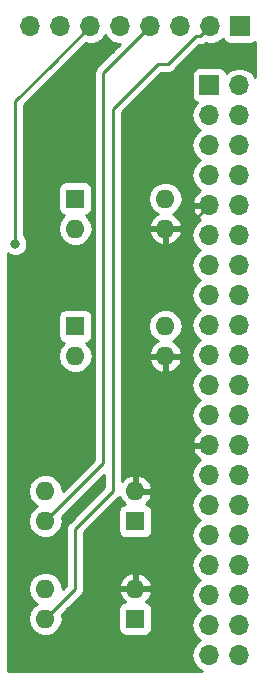
<source format=gbr>
G04 #@! TF.GenerationSoftware,KiCad,Pcbnew,(5.0.2)-1*
G04 #@! TF.CreationDate,2019-01-05T13:40:23-06:00*
G04 #@! TF.ProjectId,controller,636f6e74-726f-46c6-9c65-722e6b696361,rev?*
G04 #@! TF.SameCoordinates,Original*
G04 #@! TF.FileFunction,Copper,L2,Bot*
G04 #@! TF.FilePolarity,Positive*
%FSLAX46Y46*%
G04 Gerber Fmt 4.6, Leading zero omitted, Abs format (unit mm)*
G04 Created by KiCad (PCBNEW (5.0.2)-1) date 1/5/2019 1:40:23 PM*
%MOMM*%
%LPD*%
G01*
G04 APERTURE LIST*
G04 #@! TA.AperFunction,ComponentPad*
%ADD10R,1.700000X1.700000*%
G04 #@! TD*
G04 #@! TA.AperFunction,ComponentPad*
%ADD11O,1.700000X1.700000*%
G04 #@! TD*
G04 #@! TA.AperFunction,ComponentPad*
%ADD12O,1.600000X1.600000*%
G04 #@! TD*
G04 #@! TA.AperFunction,ComponentPad*
%ADD13R,1.600000X1.600000*%
G04 #@! TD*
G04 #@! TA.AperFunction,ViaPad*
%ADD14C,0.800000*%
G04 #@! TD*
G04 #@! TA.AperFunction,Conductor*
%ADD15C,0.250000*%
G04 #@! TD*
G04 #@! TA.AperFunction,Conductor*
%ADD16C,0.254000*%
G04 #@! TD*
G04 APERTURE END LIST*
D10*
G04 #@! TO.P,J2,1*
G04 #@! TO.N,Net-(J2-Pad1)*
X142795001Y-60245001D03*
D11*
G04 #@! TO.P,J2,2*
G04 #@! TO.N,Net-(J2-Pad2)*
X145335001Y-60245001D03*
G04 #@! TO.P,J2,3*
G04 #@! TO.N,Net-(J2-Pad3)*
X142795001Y-62785001D03*
G04 #@! TO.P,J2,4*
G04 #@! TO.N,Net-(J2-Pad4)*
X145335001Y-62785001D03*
G04 #@! TO.P,J2,5*
G04 #@! TO.N,Net-(J2-Pad5)*
X142795001Y-65325001D03*
G04 #@! TO.P,J2,6*
G04 #@! TO.N,Net-(J2-Pad6)*
X145335001Y-65325001D03*
G04 #@! TO.P,J2,7*
G04 #@! TO.N,Net-(J2-Pad7)*
X142795001Y-67865001D03*
G04 #@! TO.P,J2,8*
G04 #@! TO.N,Net-(J2-Pad8)*
X145335001Y-67865001D03*
G04 #@! TO.P,J2,9*
G04 #@! TO.N,GND*
X142795001Y-70405001D03*
G04 #@! TO.P,J2,10*
G04 #@! TO.N,Net-(J2-Pad10)*
X145335001Y-70405001D03*
G04 #@! TO.P,J2,11*
G04 #@! TO.N,Net-(C1-Pad1)*
X142795001Y-72945001D03*
G04 #@! TO.P,J2,12*
G04 #@! TO.N,Net-(J2-Pad12)*
X145335001Y-72945001D03*
G04 #@! TO.P,J2,13*
G04 #@! TO.N,Net-(BOIL_LED1-Pad4)*
X142795001Y-75485001D03*
G04 #@! TO.P,J2,14*
G04 #@! TO.N,Net-(J2-Pad14)*
X145335001Y-75485001D03*
G04 #@! TO.P,J2,15*
G04 #@! TO.N,Net-(J2-Pad15)*
X142795001Y-78025001D03*
G04 #@! TO.P,J2,16*
G04 #@! TO.N,Net-(J2-Pad16)*
X145335001Y-78025001D03*
G04 #@! TO.P,J2,17*
G04 #@! TO.N,Net-(J2-Pad17)*
X142795001Y-80565001D03*
G04 #@! TO.P,J2,18*
G04 #@! TO.N,Net-(J2-Pad18)*
X145335001Y-80565001D03*
G04 #@! TO.P,J2,19*
G04 #@! TO.N,Net-(J2-Pad19)*
X142795001Y-83105001D03*
G04 #@! TO.P,J2,20*
G04 #@! TO.N,Net-(J2-Pad20)*
X145335001Y-83105001D03*
G04 #@! TO.P,J2,21*
G04 #@! TO.N,Net-(J2-Pad21)*
X142795001Y-85645001D03*
G04 #@! TO.P,J2,22*
G04 #@! TO.N,Net-(J2-Pad22)*
X145335001Y-85645001D03*
G04 #@! TO.P,J2,23*
G04 #@! TO.N,Net-(J2-Pad23)*
X142795001Y-88185001D03*
G04 #@! TO.P,J2,24*
G04 #@! TO.N,Net-(J2-Pad24)*
X145335001Y-88185001D03*
G04 #@! TO.P,J2,25*
G04 #@! TO.N,GND*
X142795001Y-90725001D03*
G04 #@! TO.P,J2,26*
G04 #@! TO.N,Net-(J2-Pad26)*
X145335001Y-90725001D03*
G04 #@! TO.P,J2,27*
G04 #@! TO.N,Net-(J2-Pad27)*
X142795001Y-93265001D03*
G04 #@! TO.P,J2,28*
G04 #@! TO.N,Net-(J2-Pad28)*
X145335001Y-93265001D03*
G04 #@! TO.P,J2,29*
G04 #@! TO.N,Net-(J2-Pad29)*
X142795001Y-95805001D03*
G04 #@! TO.P,J2,30*
G04 #@! TO.N,Net-(J2-Pad30)*
X145335001Y-95805001D03*
G04 #@! TO.P,J2,31*
G04 #@! TO.N,Net-(J2-Pad31)*
X142795001Y-98345001D03*
G04 #@! TO.P,J2,32*
G04 #@! TO.N,Net-(J2-Pad32)*
X145335001Y-98345001D03*
G04 #@! TO.P,J2,33*
G04 #@! TO.N,Net-(J2-Pad33)*
X142795001Y-100885001D03*
G04 #@! TO.P,J2,34*
G04 #@! TO.N,Net-(J2-Pad34)*
X145335001Y-100885001D03*
G04 #@! TO.P,J2,35*
G04 #@! TO.N,Net-(J2-Pad35)*
X142795001Y-103425001D03*
G04 #@! TO.P,J2,36*
G04 #@! TO.N,Net-(J2-Pad36)*
X145335001Y-103425001D03*
G04 #@! TO.P,J2,37*
G04 #@! TO.N,Net-(J2-Pad37)*
X142795001Y-105965001D03*
G04 #@! TO.P,J2,38*
G04 #@! TO.N,Net-(J2-Pad38)*
X145335001Y-105965001D03*
G04 #@! TO.P,J2,39*
G04 #@! TO.N,Net-(J2-Pad39)*
X142795001Y-108505001D03*
G04 #@! TO.P,J2,40*
G04 #@! TO.N,Net-(J2-Pad40)*
X145335001Y-108505001D03*
G04 #@! TD*
D10*
G04 #@! TO.P,J1,1*
G04 #@! TO.N,Net-(J1-Pad1)*
X145415000Y-55245000D03*
D11*
G04 #@! TO.P,J1,2*
G04 #@! TO.N,Net-(J1-Pad2)*
X142875000Y-55245000D03*
G04 #@! TO.P,J1,3*
G04 #@! TO.N,Net-(BOIL1-Pad3)*
X140335000Y-55245000D03*
G04 #@! TO.P,J1,4*
G04 #@! TO.N,Net-(BOIL1-Pad4)*
X137795000Y-55245000D03*
G04 #@! TO.P,J1,5*
G04 #@! TO.N,Net-(BOIL_LED1-Pad1)*
X135255000Y-55245000D03*
G04 #@! TO.P,J1,6*
G04 #@! TO.N,Net-(J1-Pad6)*
X132715000Y-55245000D03*
G04 #@! TO.P,J1,7*
G04 #@! TO.N,Net-(J1-Pad7)*
X130175000Y-55245000D03*
G04 #@! TO.P,J1,8*
G04 #@! TO.N,Net-(J1-Pad8)*
X127635000Y-55245000D03*
G04 #@! TD*
D12*
G04 #@! TO.P,BOIL1,4*
G04 #@! TO.N,Net-(BOIL1-Pad4)*
X128905000Y-97155000D03*
G04 #@! TO.P,BOIL1,2*
G04 #@! TO.N,GND*
X136525000Y-94615000D03*
G04 #@! TO.P,BOIL1,3*
G04 #@! TO.N,Net-(BOIL1-Pad3)*
X128905000Y-94615000D03*
D13*
G04 #@! TO.P,BOIL1,1*
G04 #@! TO.N,Net-(BOIL1-Pad1)*
X136525000Y-97155000D03*
G04 #@! TD*
G04 #@! TO.P,BOIL_LED1,1*
G04 #@! TO.N,Net-(BOIL_LED1-Pad1)*
X131445000Y-80645000D03*
D12*
G04 #@! TO.P,BOIL_LED1,3*
G04 #@! TO.N,GND*
X139065000Y-83185000D03*
G04 #@! TO.P,BOIL_LED1,2*
G04 #@! TO.N,Net-(BOIL_LED1-Pad2)*
X131445000Y-83185000D03*
G04 #@! TO.P,BOIL_LED1,4*
G04 #@! TO.N,Net-(BOIL_LED1-Pad4)*
X139065000Y-80645000D03*
G04 #@! TD*
D13*
G04 #@! TO.P,ON_OFF1,1*
G04 #@! TO.N,Net-(ON_OFF1-Pad1)*
X136525000Y-105410000D03*
D12*
G04 #@! TO.P,ON_OFF1,3*
G04 #@! TO.N,Net-(J1-Pad1)*
X128905000Y-102870000D03*
G04 #@! TO.P,ON_OFF1,2*
G04 #@! TO.N,GND*
X136525000Y-102870000D03*
G04 #@! TO.P,ON_OFF1,4*
G04 #@! TO.N,Net-(J1-Pad2)*
X128905000Y-105410000D03*
G04 #@! TD*
G04 #@! TO.P,ON_STB_LED1,4*
G04 #@! TO.N,Net-(C1-Pad1)*
X139065000Y-69850000D03*
G04 #@! TO.P,ON_STB_LED1,2*
G04 #@! TO.N,Net-(ON_STB_LED1-Pad2)*
X131445000Y-72390000D03*
G04 #@! TO.P,ON_STB_LED1,3*
G04 #@! TO.N,GND*
X139065000Y-72390000D03*
D13*
G04 #@! TO.P,ON_STB_LED1,1*
G04 #@! TO.N,Net-(BOIL_LED1-Pad1)*
X131445000Y-69850000D03*
G04 #@! TD*
D14*
G04 #@! TO.N,Net-(J1-Pad6)*
X132715000Y-55245000D03*
X126365000Y-73660000D03*
G04 #@! TD*
D15*
G04 #@! TO.N,Net-(J1-Pad6)*
X129540000Y-58420000D02*
X132715000Y-55245000D01*
X126365000Y-61595000D02*
X129540000Y-58420000D01*
X126365000Y-73660000D02*
X126365000Y-61595000D01*
G04 #@! TO.N,GND*
X140810002Y-72390000D02*
X142795001Y-70405001D01*
X139065000Y-72390000D02*
X140810002Y-72390000D01*
G04 #@! TO.N,Net-(J1-Pad2)*
X142025001Y-56094999D02*
X141629999Y-56094999D01*
X142875000Y-55245000D02*
X142025001Y-56094999D01*
X141629999Y-56094999D02*
X139304998Y-58420000D01*
X139304998Y-58420000D02*
X138430000Y-58420000D01*
X138430000Y-58420000D02*
X134620000Y-62230000D01*
X134620000Y-62230000D02*
X134620000Y-94615000D01*
X131445000Y-102870000D02*
X128905000Y-105410000D01*
X131445000Y-97790000D02*
X131445000Y-102870000D01*
X134620000Y-94615000D02*
X131445000Y-97790000D01*
G04 #@! TO.N,Net-(BOIL1-Pad4)*
X133800010Y-59239990D02*
X137795000Y-55245000D01*
X128905000Y-97155000D02*
X133800010Y-92259990D01*
X133800010Y-92259990D02*
X133800010Y-59239990D01*
G04 #@! TD*
D16*
G04 #@! TO.N,GND*
G36*
X134184375Y-56315625D02*
X134675582Y-56643839D01*
X135108744Y-56730000D01*
X135235199Y-56730000D01*
X133315538Y-58649661D01*
X133252082Y-58692061D01*
X133209682Y-58755517D01*
X133209681Y-58755518D01*
X133084107Y-58943453D01*
X133025122Y-59239990D01*
X133040011Y-59314842D01*
X133040010Y-91945188D01*
X130367595Y-94617603D01*
X130368113Y-94615000D01*
X130256740Y-94055091D01*
X129939577Y-93580423D01*
X129464909Y-93263260D01*
X129046333Y-93180000D01*
X128763667Y-93180000D01*
X128345091Y-93263260D01*
X127870423Y-93580423D01*
X127553260Y-94055091D01*
X127441887Y-94615000D01*
X127553260Y-95174909D01*
X127870423Y-95649577D01*
X128222758Y-95885000D01*
X127870423Y-96120423D01*
X127553260Y-96595091D01*
X127441887Y-97155000D01*
X127553260Y-97714909D01*
X127870423Y-98189577D01*
X128345091Y-98506740D01*
X128763667Y-98590000D01*
X129046333Y-98590000D01*
X129464909Y-98506740D01*
X129939577Y-98189577D01*
X130256740Y-97714909D01*
X130368113Y-97155000D01*
X130303688Y-96831113D01*
X133860001Y-93274801D01*
X133860001Y-94300197D01*
X130960530Y-97199669D01*
X130897071Y-97242071D01*
X130729096Y-97493464D01*
X130685000Y-97715149D01*
X130685000Y-97715153D01*
X130670112Y-97790000D01*
X130685000Y-97864847D01*
X130685001Y-102555196D01*
X130367595Y-102872602D01*
X130368113Y-102870000D01*
X130256740Y-102310091D01*
X129939577Y-101835423D01*
X129464909Y-101518260D01*
X129046333Y-101435000D01*
X128763667Y-101435000D01*
X128345091Y-101518260D01*
X127870423Y-101835423D01*
X127553260Y-102310091D01*
X127441887Y-102870000D01*
X127553260Y-103429909D01*
X127870423Y-103904577D01*
X128222758Y-104140000D01*
X127870423Y-104375423D01*
X127553260Y-104850091D01*
X127441887Y-105410000D01*
X127553260Y-105969909D01*
X127870423Y-106444577D01*
X128345091Y-106761740D01*
X128763667Y-106845000D01*
X129046333Y-106845000D01*
X129464909Y-106761740D01*
X129939577Y-106444577D01*
X130256740Y-105969909D01*
X130368113Y-105410000D01*
X130303688Y-105086114D01*
X130779802Y-104610000D01*
X135077560Y-104610000D01*
X135077560Y-106210000D01*
X135126843Y-106457765D01*
X135267191Y-106667809D01*
X135477235Y-106808157D01*
X135725000Y-106857440D01*
X137325000Y-106857440D01*
X137572765Y-106808157D01*
X137782809Y-106667809D01*
X137923157Y-106457765D01*
X137972440Y-106210000D01*
X137972440Y-104610000D01*
X137923157Y-104362235D01*
X137782809Y-104152191D01*
X137572765Y-104011843D01*
X137417639Y-103980987D01*
X137756041Y-103607423D01*
X137916904Y-103219039D01*
X137794915Y-102997000D01*
X136652000Y-102997000D01*
X136652000Y-103017000D01*
X136398000Y-103017000D01*
X136398000Y-102997000D01*
X135255085Y-102997000D01*
X135133096Y-103219039D01*
X135293959Y-103607423D01*
X135632361Y-103980987D01*
X135477235Y-104011843D01*
X135267191Y-104152191D01*
X135126843Y-104362235D01*
X135077560Y-104610000D01*
X130779802Y-104610000D01*
X131929476Y-103460327D01*
X131992929Y-103417929D01*
X132035327Y-103354476D01*
X132035329Y-103354474D01*
X132160903Y-103166538D01*
X132160904Y-103166537D01*
X132205000Y-102944852D01*
X132205000Y-102944848D01*
X132219888Y-102870001D01*
X132205000Y-102795154D01*
X132205000Y-102520961D01*
X135133096Y-102520961D01*
X135255085Y-102743000D01*
X136398000Y-102743000D01*
X136398000Y-101599371D01*
X136652000Y-101599371D01*
X136652000Y-102743000D01*
X137794915Y-102743000D01*
X137916904Y-102520961D01*
X137756041Y-102132577D01*
X137380134Y-101717611D01*
X136874041Y-101478086D01*
X136652000Y-101599371D01*
X136398000Y-101599371D01*
X136175959Y-101478086D01*
X135669866Y-101717611D01*
X135293959Y-102132577D01*
X135133096Y-102520961D01*
X132205000Y-102520961D01*
X132205000Y-98104801D01*
X135104473Y-95205329D01*
X135167929Y-95162929D01*
X135197280Y-95119003D01*
X135293959Y-95352423D01*
X135632361Y-95725987D01*
X135477235Y-95756843D01*
X135267191Y-95897191D01*
X135126843Y-96107235D01*
X135077560Y-96355000D01*
X135077560Y-97955000D01*
X135126843Y-98202765D01*
X135267191Y-98412809D01*
X135477235Y-98553157D01*
X135725000Y-98602440D01*
X137325000Y-98602440D01*
X137572765Y-98553157D01*
X137782809Y-98412809D01*
X137923157Y-98202765D01*
X137972440Y-97955000D01*
X137972440Y-96355000D01*
X137923157Y-96107235D01*
X137782809Y-95897191D01*
X137572765Y-95756843D01*
X137417639Y-95725987D01*
X137756041Y-95352423D01*
X137916904Y-94964039D01*
X137794915Y-94742000D01*
X136652000Y-94742000D01*
X136652000Y-94762000D01*
X136398000Y-94762000D01*
X136398000Y-94742000D01*
X136378000Y-94742000D01*
X136378000Y-94488000D01*
X136398000Y-94488000D01*
X136398000Y-93344371D01*
X136652000Y-93344371D01*
X136652000Y-94488000D01*
X137794915Y-94488000D01*
X137916904Y-94265961D01*
X137756041Y-93877577D01*
X137380134Y-93462611D01*
X136874041Y-93223086D01*
X136652000Y-93344371D01*
X136398000Y-93344371D01*
X136175959Y-93223086D01*
X135669866Y-93462611D01*
X135380000Y-93782596D01*
X135380000Y-83534039D01*
X137673096Y-83534039D01*
X137833959Y-83922423D01*
X138209866Y-84337389D01*
X138715959Y-84576914D01*
X138938000Y-84455629D01*
X138938000Y-83312000D01*
X139192000Y-83312000D01*
X139192000Y-84455629D01*
X139414041Y-84576914D01*
X139920134Y-84337389D01*
X140296041Y-83922423D01*
X140456904Y-83534039D01*
X140334915Y-83312000D01*
X139192000Y-83312000D01*
X138938000Y-83312000D01*
X137795085Y-83312000D01*
X137673096Y-83534039D01*
X135380000Y-83534039D01*
X135380000Y-80645000D01*
X137601887Y-80645000D01*
X137713260Y-81204909D01*
X138030423Y-81679577D01*
X138414108Y-81935947D01*
X138209866Y-82032611D01*
X137833959Y-82447577D01*
X137673096Y-82835961D01*
X137795085Y-83058000D01*
X138938000Y-83058000D01*
X138938000Y-83038000D01*
X139192000Y-83038000D01*
X139192000Y-83058000D01*
X140334915Y-83058000D01*
X140456904Y-82835961D01*
X140296041Y-82447577D01*
X139920134Y-82032611D01*
X139715892Y-81935947D01*
X140099577Y-81679577D01*
X140416740Y-81204909D01*
X140528113Y-80645000D01*
X140416740Y-80085091D01*
X140099577Y-79610423D01*
X139624909Y-79293260D01*
X139206333Y-79210000D01*
X138923667Y-79210000D01*
X138505091Y-79293260D01*
X138030423Y-79610423D01*
X137713260Y-80085091D01*
X137601887Y-80645000D01*
X135380000Y-80645000D01*
X135380000Y-72739039D01*
X137673096Y-72739039D01*
X137833959Y-73127423D01*
X138209866Y-73542389D01*
X138715959Y-73781914D01*
X138938000Y-73660629D01*
X138938000Y-72517000D01*
X139192000Y-72517000D01*
X139192000Y-73660629D01*
X139414041Y-73781914D01*
X139920134Y-73542389D01*
X140296041Y-73127423D01*
X140456904Y-72739039D01*
X140334915Y-72517000D01*
X139192000Y-72517000D01*
X138938000Y-72517000D01*
X137795085Y-72517000D01*
X137673096Y-72739039D01*
X135380000Y-72739039D01*
X135380000Y-69850000D01*
X137601887Y-69850000D01*
X137713260Y-70409909D01*
X138030423Y-70884577D01*
X138414108Y-71140947D01*
X138209866Y-71237611D01*
X137833959Y-71652577D01*
X137673096Y-72040961D01*
X137795085Y-72263000D01*
X138938000Y-72263000D01*
X138938000Y-72243000D01*
X139192000Y-72243000D01*
X139192000Y-72263000D01*
X140334915Y-72263000D01*
X140456904Y-72040961D01*
X140296041Y-71652577D01*
X139920134Y-71237611D01*
X139715892Y-71140947D01*
X140099577Y-70884577D01*
X140416740Y-70409909D01*
X140528113Y-69850000D01*
X140416740Y-69290091D01*
X140099577Y-68815423D01*
X139624909Y-68498260D01*
X139206333Y-68415000D01*
X138923667Y-68415000D01*
X138505091Y-68498260D01*
X138030423Y-68815423D01*
X137713260Y-69290091D01*
X137601887Y-69850000D01*
X135380000Y-69850000D01*
X135380000Y-62544801D01*
X138744802Y-59180000D01*
X139230151Y-59180000D01*
X139304998Y-59194888D01*
X139379845Y-59180000D01*
X139379850Y-59180000D01*
X139601535Y-59135904D01*
X139852927Y-58967929D01*
X139895329Y-58904470D01*
X141944801Y-56854999D01*
X141950154Y-56854999D01*
X142025001Y-56869887D01*
X142099848Y-56854999D01*
X142099853Y-56854999D01*
X142321538Y-56810903D01*
X142508255Y-56686142D01*
X142728744Y-56730000D01*
X143021256Y-56730000D01*
X143454418Y-56643839D01*
X143945625Y-56315625D01*
X143957816Y-56297381D01*
X143966843Y-56342765D01*
X144107191Y-56552809D01*
X144317235Y-56693157D01*
X144565000Y-56742440D01*
X146265000Y-56742440D01*
X146512765Y-56693157D01*
X146684500Y-56578406D01*
X146684500Y-59591741D01*
X146405626Y-59174376D01*
X145914419Y-58846162D01*
X145481257Y-58760001D01*
X145188745Y-58760001D01*
X144755583Y-58846162D01*
X144264376Y-59174376D01*
X144252185Y-59192620D01*
X144243158Y-59147236D01*
X144102810Y-58937192D01*
X143892766Y-58796844D01*
X143645001Y-58747561D01*
X141945001Y-58747561D01*
X141697236Y-58796844D01*
X141487192Y-58937192D01*
X141346844Y-59147236D01*
X141297561Y-59395001D01*
X141297561Y-61095001D01*
X141346844Y-61342766D01*
X141487192Y-61552810D01*
X141697236Y-61693158D01*
X141742620Y-61702185D01*
X141724376Y-61714376D01*
X141396162Y-62205583D01*
X141280909Y-62785001D01*
X141396162Y-63364419D01*
X141724376Y-63855626D01*
X142022762Y-64055001D01*
X141724376Y-64254376D01*
X141396162Y-64745583D01*
X141280909Y-65325001D01*
X141396162Y-65904419D01*
X141724376Y-66395626D01*
X142022762Y-66595001D01*
X141724376Y-66794376D01*
X141396162Y-67285583D01*
X141280909Y-67865001D01*
X141396162Y-68444419D01*
X141724376Y-68935626D01*
X142043479Y-69148844D01*
X141913643Y-69209818D01*
X141523356Y-69638077D01*
X141353525Y-70048111D01*
X141474846Y-70278001D01*
X142668001Y-70278001D01*
X142668001Y-70258001D01*
X142922001Y-70258001D01*
X142922001Y-70278001D01*
X142942001Y-70278001D01*
X142942001Y-70532001D01*
X142922001Y-70532001D01*
X142922001Y-70552001D01*
X142668001Y-70552001D01*
X142668001Y-70532001D01*
X141474846Y-70532001D01*
X141353525Y-70761891D01*
X141523356Y-71171925D01*
X141913643Y-71600184D01*
X142043479Y-71661158D01*
X141724376Y-71874376D01*
X141396162Y-72365583D01*
X141280909Y-72945001D01*
X141396162Y-73524419D01*
X141724376Y-74015626D01*
X142022762Y-74215001D01*
X141724376Y-74414376D01*
X141396162Y-74905583D01*
X141280909Y-75485001D01*
X141396162Y-76064419D01*
X141724376Y-76555626D01*
X142022762Y-76755001D01*
X141724376Y-76954376D01*
X141396162Y-77445583D01*
X141280909Y-78025001D01*
X141396162Y-78604419D01*
X141724376Y-79095626D01*
X142022762Y-79295001D01*
X141724376Y-79494376D01*
X141396162Y-79985583D01*
X141280909Y-80565001D01*
X141396162Y-81144419D01*
X141724376Y-81635626D01*
X142022762Y-81835001D01*
X141724376Y-82034376D01*
X141396162Y-82525583D01*
X141280909Y-83105001D01*
X141396162Y-83684419D01*
X141724376Y-84175626D01*
X142022762Y-84375001D01*
X141724376Y-84574376D01*
X141396162Y-85065583D01*
X141280909Y-85645001D01*
X141396162Y-86224419D01*
X141724376Y-86715626D01*
X142022762Y-86915001D01*
X141724376Y-87114376D01*
X141396162Y-87605583D01*
X141280909Y-88185001D01*
X141396162Y-88764419D01*
X141724376Y-89255626D01*
X142043479Y-89468844D01*
X141913643Y-89529818D01*
X141523356Y-89958077D01*
X141353525Y-90368111D01*
X141474846Y-90598001D01*
X142668001Y-90598001D01*
X142668001Y-90578001D01*
X142922001Y-90578001D01*
X142922001Y-90598001D01*
X142942001Y-90598001D01*
X142942001Y-90852001D01*
X142922001Y-90852001D01*
X142922001Y-90872001D01*
X142668001Y-90872001D01*
X142668001Y-90852001D01*
X141474846Y-90852001D01*
X141353525Y-91081891D01*
X141523356Y-91491925D01*
X141913643Y-91920184D01*
X142043479Y-91981158D01*
X141724376Y-92194376D01*
X141396162Y-92685583D01*
X141280909Y-93265001D01*
X141396162Y-93844419D01*
X141724376Y-94335626D01*
X142022762Y-94535001D01*
X141724376Y-94734376D01*
X141396162Y-95225583D01*
X141280909Y-95805001D01*
X141396162Y-96384419D01*
X141724376Y-96875626D01*
X142022762Y-97075001D01*
X141724376Y-97274376D01*
X141396162Y-97765583D01*
X141280909Y-98345001D01*
X141396162Y-98924419D01*
X141724376Y-99415626D01*
X142022762Y-99615001D01*
X141724376Y-99814376D01*
X141396162Y-100305583D01*
X141280909Y-100885001D01*
X141396162Y-101464419D01*
X141724376Y-101955626D01*
X142022762Y-102155001D01*
X141724376Y-102354376D01*
X141396162Y-102845583D01*
X141280909Y-103425001D01*
X141396162Y-104004419D01*
X141724376Y-104495626D01*
X142022762Y-104695001D01*
X141724376Y-104894376D01*
X141396162Y-105385583D01*
X141280909Y-105965001D01*
X141396162Y-106544419D01*
X141724376Y-107035626D01*
X142022762Y-107235001D01*
X141724376Y-107434376D01*
X141396162Y-107925583D01*
X141280909Y-108505001D01*
X141396162Y-109084419D01*
X141724376Y-109575626D01*
X142141740Y-109854500D01*
X125730500Y-109854500D01*
X125730500Y-83185000D01*
X129981887Y-83185000D01*
X130093260Y-83744909D01*
X130410423Y-84219577D01*
X130885091Y-84536740D01*
X131303667Y-84620000D01*
X131586333Y-84620000D01*
X132004909Y-84536740D01*
X132479577Y-84219577D01*
X132796740Y-83744909D01*
X132908113Y-83185000D01*
X132796740Y-82625091D01*
X132479577Y-82150423D01*
X132358894Y-82069785D01*
X132492765Y-82043157D01*
X132702809Y-81902809D01*
X132843157Y-81692765D01*
X132892440Y-81445000D01*
X132892440Y-79845000D01*
X132843157Y-79597235D01*
X132702809Y-79387191D01*
X132492765Y-79246843D01*
X132245000Y-79197560D01*
X130645000Y-79197560D01*
X130397235Y-79246843D01*
X130187191Y-79387191D01*
X130046843Y-79597235D01*
X129997560Y-79845000D01*
X129997560Y-81445000D01*
X130046843Y-81692765D01*
X130187191Y-81902809D01*
X130397235Y-82043157D01*
X130531106Y-82069785D01*
X130410423Y-82150423D01*
X130093260Y-82625091D01*
X129981887Y-83185000D01*
X125730500Y-83185000D01*
X125730500Y-74489211D01*
X125778720Y-74537431D01*
X126159126Y-74695000D01*
X126570874Y-74695000D01*
X126951280Y-74537431D01*
X127242431Y-74246280D01*
X127400000Y-73865874D01*
X127400000Y-73454126D01*
X127242431Y-73073720D01*
X127125000Y-72956289D01*
X127125000Y-72390000D01*
X129981887Y-72390000D01*
X130093260Y-72949909D01*
X130410423Y-73424577D01*
X130885091Y-73741740D01*
X131303667Y-73825000D01*
X131586333Y-73825000D01*
X132004909Y-73741740D01*
X132479577Y-73424577D01*
X132796740Y-72949909D01*
X132908113Y-72390000D01*
X132796740Y-71830091D01*
X132479577Y-71355423D01*
X132358894Y-71274785D01*
X132492765Y-71248157D01*
X132702809Y-71107809D01*
X132843157Y-70897765D01*
X132892440Y-70650000D01*
X132892440Y-69050000D01*
X132843157Y-68802235D01*
X132702809Y-68592191D01*
X132492765Y-68451843D01*
X132245000Y-68402560D01*
X130645000Y-68402560D01*
X130397235Y-68451843D01*
X130187191Y-68592191D01*
X130046843Y-68802235D01*
X129997560Y-69050000D01*
X129997560Y-70650000D01*
X130046843Y-70897765D01*
X130187191Y-71107809D01*
X130397235Y-71248157D01*
X130531106Y-71274785D01*
X130410423Y-71355423D01*
X130093260Y-71830091D01*
X129981887Y-72390000D01*
X127125000Y-72390000D01*
X127125000Y-61909801D01*
X130130329Y-58904473D01*
X130130331Y-58904470D01*
X132348592Y-56686209D01*
X132568744Y-56730000D01*
X132861256Y-56730000D01*
X133294418Y-56643839D01*
X133785625Y-56315625D01*
X133985000Y-56017239D01*
X134184375Y-56315625D01*
X134184375Y-56315625D01*
G37*
X134184375Y-56315625D02*
X134675582Y-56643839D01*
X135108744Y-56730000D01*
X135235199Y-56730000D01*
X133315538Y-58649661D01*
X133252082Y-58692061D01*
X133209682Y-58755517D01*
X133209681Y-58755518D01*
X133084107Y-58943453D01*
X133025122Y-59239990D01*
X133040011Y-59314842D01*
X133040010Y-91945188D01*
X130367595Y-94617603D01*
X130368113Y-94615000D01*
X130256740Y-94055091D01*
X129939577Y-93580423D01*
X129464909Y-93263260D01*
X129046333Y-93180000D01*
X128763667Y-93180000D01*
X128345091Y-93263260D01*
X127870423Y-93580423D01*
X127553260Y-94055091D01*
X127441887Y-94615000D01*
X127553260Y-95174909D01*
X127870423Y-95649577D01*
X128222758Y-95885000D01*
X127870423Y-96120423D01*
X127553260Y-96595091D01*
X127441887Y-97155000D01*
X127553260Y-97714909D01*
X127870423Y-98189577D01*
X128345091Y-98506740D01*
X128763667Y-98590000D01*
X129046333Y-98590000D01*
X129464909Y-98506740D01*
X129939577Y-98189577D01*
X130256740Y-97714909D01*
X130368113Y-97155000D01*
X130303688Y-96831113D01*
X133860001Y-93274801D01*
X133860001Y-94300197D01*
X130960530Y-97199669D01*
X130897071Y-97242071D01*
X130729096Y-97493464D01*
X130685000Y-97715149D01*
X130685000Y-97715153D01*
X130670112Y-97790000D01*
X130685000Y-97864847D01*
X130685001Y-102555196D01*
X130367595Y-102872602D01*
X130368113Y-102870000D01*
X130256740Y-102310091D01*
X129939577Y-101835423D01*
X129464909Y-101518260D01*
X129046333Y-101435000D01*
X128763667Y-101435000D01*
X128345091Y-101518260D01*
X127870423Y-101835423D01*
X127553260Y-102310091D01*
X127441887Y-102870000D01*
X127553260Y-103429909D01*
X127870423Y-103904577D01*
X128222758Y-104140000D01*
X127870423Y-104375423D01*
X127553260Y-104850091D01*
X127441887Y-105410000D01*
X127553260Y-105969909D01*
X127870423Y-106444577D01*
X128345091Y-106761740D01*
X128763667Y-106845000D01*
X129046333Y-106845000D01*
X129464909Y-106761740D01*
X129939577Y-106444577D01*
X130256740Y-105969909D01*
X130368113Y-105410000D01*
X130303688Y-105086114D01*
X130779802Y-104610000D01*
X135077560Y-104610000D01*
X135077560Y-106210000D01*
X135126843Y-106457765D01*
X135267191Y-106667809D01*
X135477235Y-106808157D01*
X135725000Y-106857440D01*
X137325000Y-106857440D01*
X137572765Y-106808157D01*
X137782809Y-106667809D01*
X137923157Y-106457765D01*
X137972440Y-106210000D01*
X137972440Y-104610000D01*
X137923157Y-104362235D01*
X137782809Y-104152191D01*
X137572765Y-104011843D01*
X137417639Y-103980987D01*
X137756041Y-103607423D01*
X137916904Y-103219039D01*
X137794915Y-102997000D01*
X136652000Y-102997000D01*
X136652000Y-103017000D01*
X136398000Y-103017000D01*
X136398000Y-102997000D01*
X135255085Y-102997000D01*
X135133096Y-103219039D01*
X135293959Y-103607423D01*
X135632361Y-103980987D01*
X135477235Y-104011843D01*
X135267191Y-104152191D01*
X135126843Y-104362235D01*
X135077560Y-104610000D01*
X130779802Y-104610000D01*
X131929476Y-103460327D01*
X131992929Y-103417929D01*
X132035327Y-103354476D01*
X132035329Y-103354474D01*
X132160903Y-103166538D01*
X132160904Y-103166537D01*
X132205000Y-102944852D01*
X132205000Y-102944848D01*
X132219888Y-102870001D01*
X132205000Y-102795154D01*
X132205000Y-102520961D01*
X135133096Y-102520961D01*
X135255085Y-102743000D01*
X136398000Y-102743000D01*
X136398000Y-101599371D01*
X136652000Y-101599371D01*
X136652000Y-102743000D01*
X137794915Y-102743000D01*
X137916904Y-102520961D01*
X137756041Y-102132577D01*
X137380134Y-101717611D01*
X136874041Y-101478086D01*
X136652000Y-101599371D01*
X136398000Y-101599371D01*
X136175959Y-101478086D01*
X135669866Y-101717611D01*
X135293959Y-102132577D01*
X135133096Y-102520961D01*
X132205000Y-102520961D01*
X132205000Y-98104801D01*
X135104473Y-95205329D01*
X135167929Y-95162929D01*
X135197280Y-95119003D01*
X135293959Y-95352423D01*
X135632361Y-95725987D01*
X135477235Y-95756843D01*
X135267191Y-95897191D01*
X135126843Y-96107235D01*
X135077560Y-96355000D01*
X135077560Y-97955000D01*
X135126843Y-98202765D01*
X135267191Y-98412809D01*
X135477235Y-98553157D01*
X135725000Y-98602440D01*
X137325000Y-98602440D01*
X137572765Y-98553157D01*
X137782809Y-98412809D01*
X137923157Y-98202765D01*
X137972440Y-97955000D01*
X137972440Y-96355000D01*
X137923157Y-96107235D01*
X137782809Y-95897191D01*
X137572765Y-95756843D01*
X137417639Y-95725987D01*
X137756041Y-95352423D01*
X137916904Y-94964039D01*
X137794915Y-94742000D01*
X136652000Y-94742000D01*
X136652000Y-94762000D01*
X136398000Y-94762000D01*
X136398000Y-94742000D01*
X136378000Y-94742000D01*
X136378000Y-94488000D01*
X136398000Y-94488000D01*
X136398000Y-93344371D01*
X136652000Y-93344371D01*
X136652000Y-94488000D01*
X137794915Y-94488000D01*
X137916904Y-94265961D01*
X137756041Y-93877577D01*
X137380134Y-93462611D01*
X136874041Y-93223086D01*
X136652000Y-93344371D01*
X136398000Y-93344371D01*
X136175959Y-93223086D01*
X135669866Y-93462611D01*
X135380000Y-93782596D01*
X135380000Y-83534039D01*
X137673096Y-83534039D01*
X137833959Y-83922423D01*
X138209866Y-84337389D01*
X138715959Y-84576914D01*
X138938000Y-84455629D01*
X138938000Y-83312000D01*
X139192000Y-83312000D01*
X139192000Y-84455629D01*
X139414041Y-84576914D01*
X139920134Y-84337389D01*
X140296041Y-83922423D01*
X140456904Y-83534039D01*
X140334915Y-83312000D01*
X139192000Y-83312000D01*
X138938000Y-83312000D01*
X137795085Y-83312000D01*
X137673096Y-83534039D01*
X135380000Y-83534039D01*
X135380000Y-80645000D01*
X137601887Y-80645000D01*
X137713260Y-81204909D01*
X138030423Y-81679577D01*
X138414108Y-81935947D01*
X138209866Y-82032611D01*
X137833959Y-82447577D01*
X137673096Y-82835961D01*
X137795085Y-83058000D01*
X138938000Y-83058000D01*
X138938000Y-83038000D01*
X139192000Y-83038000D01*
X139192000Y-83058000D01*
X140334915Y-83058000D01*
X140456904Y-82835961D01*
X140296041Y-82447577D01*
X139920134Y-82032611D01*
X139715892Y-81935947D01*
X140099577Y-81679577D01*
X140416740Y-81204909D01*
X140528113Y-80645000D01*
X140416740Y-80085091D01*
X140099577Y-79610423D01*
X139624909Y-79293260D01*
X139206333Y-79210000D01*
X138923667Y-79210000D01*
X138505091Y-79293260D01*
X138030423Y-79610423D01*
X137713260Y-80085091D01*
X137601887Y-80645000D01*
X135380000Y-80645000D01*
X135380000Y-72739039D01*
X137673096Y-72739039D01*
X137833959Y-73127423D01*
X138209866Y-73542389D01*
X138715959Y-73781914D01*
X138938000Y-73660629D01*
X138938000Y-72517000D01*
X139192000Y-72517000D01*
X139192000Y-73660629D01*
X139414041Y-73781914D01*
X139920134Y-73542389D01*
X140296041Y-73127423D01*
X140456904Y-72739039D01*
X140334915Y-72517000D01*
X139192000Y-72517000D01*
X138938000Y-72517000D01*
X137795085Y-72517000D01*
X137673096Y-72739039D01*
X135380000Y-72739039D01*
X135380000Y-69850000D01*
X137601887Y-69850000D01*
X137713260Y-70409909D01*
X138030423Y-70884577D01*
X138414108Y-71140947D01*
X138209866Y-71237611D01*
X137833959Y-71652577D01*
X137673096Y-72040961D01*
X137795085Y-72263000D01*
X138938000Y-72263000D01*
X138938000Y-72243000D01*
X139192000Y-72243000D01*
X139192000Y-72263000D01*
X140334915Y-72263000D01*
X140456904Y-72040961D01*
X140296041Y-71652577D01*
X139920134Y-71237611D01*
X139715892Y-71140947D01*
X140099577Y-70884577D01*
X140416740Y-70409909D01*
X140528113Y-69850000D01*
X140416740Y-69290091D01*
X140099577Y-68815423D01*
X139624909Y-68498260D01*
X139206333Y-68415000D01*
X138923667Y-68415000D01*
X138505091Y-68498260D01*
X138030423Y-68815423D01*
X137713260Y-69290091D01*
X137601887Y-69850000D01*
X135380000Y-69850000D01*
X135380000Y-62544801D01*
X138744802Y-59180000D01*
X139230151Y-59180000D01*
X139304998Y-59194888D01*
X139379845Y-59180000D01*
X139379850Y-59180000D01*
X139601535Y-59135904D01*
X139852927Y-58967929D01*
X139895329Y-58904470D01*
X141944801Y-56854999D01*
X141950154Y-56854999D01*
X142025001Y-56869887D01*
X142099848Y-56854999D01*
X142099853Y-56854999D01*
X142321538Y-56810903D01*
X142508255Y-56686142D01*
X142728744Y-56730000D01*
X143021256Y-56730000D01*
X143454418Y-56643839D01*
X143945625Y-56315625D01*
X143957816Y-56297381D01*
X143966843Y-56342765D01*
X144107191Y-56552809D01*
X144317235Y-56693157D01*
X144565000Y-56742440D01*
X146265000Y-56742440D01*
X146512765Y-56693157D01*
X146684500Y-56578406D01*
X146684500Y-59591741D01*
X146405626Y-59174376D01*
X145914419Y-58846162D01*
X145481257Y-58760001D01*
X145188745Y-58760001D01*
X144755583Y-58846162D01*
X144264376Y-59174376D01*
X144252185Y-59192620D01*
X144243158Y-59147236D01*
X144102810Y-58937192D01*
X143892766Y-58796844D01*
X143645001Y-58747561D01*
X141945001Y-58747561D01*
X141697236Y-58796844D01*
X141487192Y-58937192D01*
X141346844Y-59147236D01*
X141297561Y-59395001D01*
X141297561Y-61095001D01*
X141346844Y-61342766D01*
X141487192Y-61552810D01*
X141697236Y-61693158D01*
X141742620Y-61702185D01*
X141724376Y-61714376D01*
X141396162Y-62205583D01*
X141280909Y-62785001D01*
X141396162Y-63364419D01*
X141724376Y-63855626D01*
X142022762Y-64055001D01*
X141724376Y-64254376D01*
X141396162Y-64745583D01*
X141280909Y-65325001D01*
X141396162Y-65904419D01*
X141724376Y-66395626D01*
X142022762Y-66595001D01*
X141724376Y-66794376D01*
X141396162Y-67285583D01*
X141280909Y-67865001D01*
X141396162Y-68444419D01*
X141724376Y-68935626D01*
X142043479Y-69148844D01*
X141913643Y-69209818D01*
X141523356Y-69638077D01*
X141353525Y-70048111D01*
X141474846Y-70278001D01*
X142668001Y-70278001D01*
X142668001Y-70258001D01*
X142922001Y-70258001D01*
X142922001Y-70278001D01*
X142942001Y-70278001D01*
X142942001Y-70532001D01*
X142922001Y-70532001D01*
X142922001Y-70552001D01*
X142668001Y-70552001D01*
X142668001Y-70532001D01*
X141474846Y-70532001D01*
X141353525Y-70761891D01*
X141523356Y-71171925D01*
X141913643Y-71600184D01*
X142043479Y-71661158D01*
X141724376Y-71874376D01*
X141396162Y-72365583D01*
X141280909Y-72945001D01*
X141396162Y-73524419D01*
X141724376Y-74015626D01*
X142022762Y-74215001D01*
X141724376Y-74414376D01*
X141396162Y-74905583D01*
X141280909Y-75485001D01*
X141396162Y-76064419D01*
X141724376Y-76555626D01*
X142022762Y-76755001D01*
X141724376Y-76954376D01*
X141396162Y-77445583D01*
X141280909Y-78025001D01*
X141396162Y-78604419D01*
X141724376Y-79095626D01*
X142022762Y-79295001D01*
X141724376Y-79494376D01*
X141396162Y-79985583D01*
X141280909Y-80565001D01*
X141396162Y-81144419D01*
X141724376Y-81635626D01*
X142022762Y-81835001D01*
X141724376Y-82034376D01*
X141396162Y-82525583D01*
X141280909Y-83105001D01*
X141396162Y-83684419D01*
X141724376Y-84175626D01*
X142022762Y-84375001D01*
X141724376Y-84574376D01*
X141396162Y-85065583D01*
X141280909Y-85645001D01*
X141396162Y-86224419D01*
X141724376Y-86715626D01*
X142022762Y-86915001D01*
X141724376Y-87114376D01*
X141396162Y-87605583D01*
X141280909Y-88185001D01*
X141396162Y-88764419D01*
X141724376Y-89255626D01*
X142043479Y-89468844D01*
X141913643Y-89529818D01*
X141523356Y-89958077D01*
X141353525Y-90368111D01*
X141474846Y-90598001D01*
X142668001Y-90598001D01*
X142668001Y-90578001D01*
X142922001Y-90578001D01*
X142922001Y-90598001D01*
X142942001Y-90598001D01*
X142942001Y-90852001D01*
X142922001Y-90852001D01*
X142922001Y-90872001D01*
X142668001Y-90872001D01*
X142668001Y-90852001D01*
X141474846Y-90852001D01*
X141353525Y-91081891D01*
X141523356Y-91491925D01*
X141913643Y-91920184D01*
X142043479Y-91981158D01*
X141724376Y-92194376D01*
X141396162Y-92685583D01*
X141280909Y-93265001D01*
X141396162Y-93844419D01*
X141724376Y-94335626D01*
X142022762Y-94535001D01*
X141724376Y-94734376D01*
X141396162Y-95225583D01*
X141280909Y-95805001D01*
X141396162Y-96384419D01*
X141724376Y-96875626D01*
X142022762Y-97075001D01*
X141724376Y-97274376D01*
X141396162Y-97765583D01*
X141280909Y-98345001D01*
X141396162Y-98924419D01*
X141724376Y-99415626D01*
X142022762Y-99615001D01*
X141724376Y-99814376D01*
X141396162Y-100305583D01*
X141280909Y-100885001D01*
X141396162Y-101464419D01*
X141724376Y-101955626D01*
X142022762Y-102155001D01*
X141724376Y-102354376D01*
X141396162Y-102845583D01*
X141280909Y-103425001D01*
X141396162Y-104004419D01*
X141724376Y-104495626D01*
X142022762Y-104695001D01*
X141724376Y-104894376D01*
X141396162Y-105385583D01*
X141280909Y-105965001D01*
X141396162Y-106544419D01*
X141724376Y-107035626D01*
X142022762Y-107235001D01*
X141724376Y-107434376D01*
X141396162Y-107925583D01*
X141280909Y-108505001D01*
X141396162Y-109084419D01*
X141724376Y-109575626D01*
X142141740Y-109854500D01*
X125730500Y-109854500D01*
X125730500Y-83185000D01*
X129981887Y-83185000D01*
X130093260Y-83744909D01*
X130410423Y-84219577D01*
X130885091Y-84536740D01*
X131303667Y-84620000D01*
X131586333Y-84620000D01*
X132004909Y-84536740D01*
X132479577Y-84219577D01*
X132796740Y-83744909D01*
X132908113Y-83185000D01*
X132796740Y-82625091D01*
X132479577Y-82150423D01*
X132358894Y-82069785D01*
X132492765Y-82043157D01*
X132702809Y-81902809D01*
X132843157Y-81692765D01*
X132892440Y-81445000D01*
X132892440Y-79845000D01*
X132843157Y-79597235D01*
X132702809Y-79387191D01*
X132492765Y-79246843D01*
X132245000Y-79197560D01*
X130645000Y-79197560D01*
X130397235Y-79246843D01*
X130187191Y-79387191D01*
X130046843Y-79597235D01*
X129997560Y-79845000D01*
X129997560Y-81445000D01*
X130046843Y-81692765D01*
X130187191Y-81902809D01*
X130397235Y-82043157D01*
X130531106Y-82069785D01*
X130410423Y-82150423D01*
X130093260Y-82625091D01*
X129981887Y-83185000D01*
X125730500Y-83185000D01*
X125730500Y-74489211D01*
X125778720Y-74537431D01*
X126159126Y-74695000D01*
X126570874Y-74695000D01*
X126951280Y-74537431D01*
X127242431Y-74246280D01*
X127400000Y-73865874D01*
X127400000Y-73454126D01*
X127242431Y-73073720D01*
X127125000Y-72956289D01*
X127125000Y-72390000D01*
X129981887Y-72390000D01*
X130093260Y-72949909D01*
X130410423Y-73424577D01*
X130885091Y-73741740D01*
X131303667Y-73825000D01*
X131586333Y-73825000D01*
X132004909Y-73741740D01*
X132479577Y-73424577D01*
X132796740Y-72949909D01*
X132908113Y-72390000D01*
X132796740Y-71830091D01*
X132479577Y-71355423D01*
X132358894Y-71274785D01*
X132492765Y-71248157D01*
X132702809Y-71107809D01*
X132843157Y-70897765D01*
X132892440Y-70650000D01*
X132892440Y-69050000D01*
X132843157Y-68802235D01*
X132702809Y-68592191D01*
X132492765Y-68451843D01*
X132245000Y-68402560D01*
X130645000Y-68402560D01*
X130397235Y-68451843D01*
X130187191Y-68592191D01*
X130046843Y-68802235D01*
X129997560Y-69050000D01*
X129997560Y-70650000D01*
X130046843Y-70897765D01*
X130187191Y-71107809D01*
X130397235Y-71248157D01*
X130531106Y-71274785D01*
X130410423Y-71355423D01*
X130093260Y-71830091D01*
X129981887Y-72390000D01*
X127125000Y-72390000D01*
X127125000Y-61909801D01*
X130130329Y-58904473D01*
X130130331Y-58904470D01*
X132348592Y-56686209D01*
X132568744Y-56730000D01*
X132861256Y-56730000D01*
X133294418Y-56643839D01*
X133785625Y-56315625D01*
X133985000Y-56017239D01*
X134184375Y-56315625D01*
G36*
X133315538Y-58649661D02*
X133252082Y-58692061D01*
X133209682Y-58755517D01*
X133209681Y-58755518D01*
X133084107Y-58943453D01*
X133025122Y-59239990D01*
X133040011Y-59314842D01*
X133040011Y-65913000D01*
X127739115Y-65913000D01*
X127127000Y-62852423D01*
X127127000Y-61907801D01*
X130130329Y-58904473D01*
X130130331Y-58904470D01*
X131757802Y-57277000D01*
X134688199Y-57277000D01*
X133315538Y-58649661D01*
X133315538Y-58649661D01*
G37*
X133315538Y-58649661D02*
X133252082Y-58692061D01*
X133209682Y-58755517D01*
X133209681Y-58755518D01*
X133084107Y-58943453D01*
X133025122Y-59239990D01*
X133040011Y-59314842D01*
X133040011Y-65913000D01*
X127739115Y-65913000D01*
X127127000Y-62852423D01*
X127127000Y-61907801D01*
X130130329Y-58904473D01*
X130130331Y-58904470D01*
X131757802Y-57277000D01*
X134688199Y-57277000D01*
X133315538Y-58649661D01*
G36*
X144816409Y-58834063D02*
X144755583Y-58846162D01*
X144264376Y-59174376D01*
X144252185Y-59192620D01*
X144243158Y-59147236D01*
X144102810Y-58937192D01*
X143892766Y-58796844D01*
X143645001Y-58747561D01*
X141945001Y-58747561D01*
X141697236Y-58796844D01*
X141487192Y-58937192D01*
X141346844Y-59147236D01*
X141297561Y-59395001D01*
X141297561Y-61095001D01*
X141346844Y-61342766D01*
X141487192Y-61552810D01*
X141697236Y-61693158D01*
X141742620Y-61702185D01*
X141724376Y-61714376D01*
X141396162Y-62205583D01*
X141280909Y-62785001D01*
X141396162Y-63364419D01*
X141655004Y-63751804D01*
X140265664Y-65913000D01*
X135380000Y-65913000D01*
X135380000Y-62544801D01*
X138744802Y-59180000D01*
X139230151Y-59180000D01*
X139304998Y-59194888D01*
X139379845Y-59180000D01*
X139379850Y-59180000D01*
X139601535Y-59135904D01*
X139852927Y-58967929D01*
X139895329Y-58904470D01*
X141522800Y-57277000D01*
X145817378Y-57277000D01*
X144816409Y-58834063D01*
X144816409Y-58834063D01*
G37*
X144816409Y-58834063D02*
X144755583Y-58846162D01*
X144264376Y-59174376D01*
X144252185Y-59192620D01*
X144243158Y-59147236D01*
X144102810Y-58937192D01*
X143892766Y-58796844D01*
X143645001Y-58747561D01*
X141945001Y-58747561D01*
X141697236Y-58796844D01*
X141487192Y-58937192D01*
X141346844Y-59147236D01*
X141297561Y-59395001D01*
X141297561Y-61095001D01*
X141346844Y-61342766D01*
X141487192Y-61552810D01*
X141697236Y-61693158D01*
X141742620Y-61702185D01*
X141724376Y-61714376D01*
X141396162Y-62205583D01*
X141280909Y-62785001D01*
X141396162Y-63364419D01*
X141655004Y-63751804D01*
X140265664Y-65913000D01*
X135380000Y-65913000D01*
X135380000Y-62544801D01*
X138744802Y-59180000D01*
X139230151Y-59180000D01*
X139304998Y-59194888D01*
X139379845Y-59180000D01*
X139379850Y-59180000D01*
X139601535Y-59135904D01*
X139852927Y-58967929D01*
X139895329Y-58904470D01*
X141522800Y-57277000D01*
X145817378Y-57277000D01*
X144816409Y-58834063D01*
G36*
X140899553Y-58949330D02*
X140864477Y-58984332D01*
X140848895Y-59016756D01*
X137069445Y-70985014D01*
X135380000Y-70844227D01*
X135380000Y-62544801D01*
X138744802Y-59180000D01*
X139230151Y-59180000D01*
X139304998Y-59194888D01*
X139379845Y-59180000D01*
X139379850Y-59180000D01*
X139601535Y-59135904D01*
X139852927Y-58967929D01*
X139895329Y-58904470D01*
X141603450Y-57196350D01*
X144208637Y-56743274D01*
X140899553Y-58949330D01*
X140899553Y-58949330D01*
G37*
X140899553Y-58949330D02*
X140864477Y-58984332D01*
X140848895Y-59016756D01*
X137069445Y-70985014D01*
X135380000Y-70844227D01*
X135380000Y-62544801D01*
X138744802Y-59180000D01*
X139230151Y-59180000D01*
X139304998Y-59194888D01*
X139379845Y-59180000D01*
X139379850Y-59180000D01*
X139601535Y-59135904D01*
X139852927Y-58967929D01*
X139895329Y-58904470D01*
X141603450Y-57196350D01*
X144208637Y-56743274D01*
X140899553Y-58949330D01*
G36*
X133315538Y-58649661D02*
X133252082Y-58692061D01*
X133209682Y-58755517D01*
X133209681Y-58755518D01*
X133084107Y-58943453D01*
X133025122Y-59239990D01*
X133040011Y-59314842D01*
X133040011Y-70649228D01*
X132892440Y-70636930D01*
X132892440Y-69050000D01*
X132843157Y-68802235D01*
X132702809Y-68592191D01*
X132492765Y-68451843D01*
X132245000Y-68402560D01*
X130645000Y-68402560D01*
X130397235Y-68451843D01*
X130187191Y-68592191D01*
X130046843Y-68802235D01*
X129997560Y-69050000D01*
X129997560Y-70395690D01*
X129673657Y-70368698D01*
X130296205Y-59162827D01*
X133329986Y-58635213D01*
X133315538Y-58649661D01*
X133315538Y-58649661D01*
G37*
X133315538Y-58649661D02*
X133252082Y-58692061D01*
X133209682Y-58755517D01*
X133209681Y-58755518D01*
X133084107Y-58943453D01*
X133025122Y-59239990D01*
X133040011Y-59314842D01*
X133040011Y-70649228D01*
X132892440Y-70636930D01*
X132892440Y-69050000D01*
X132843157Y-68802235D01*
X132702809Y-68592191D01*
X132492765Y-68451843D01*
X132245000Y-68402560D01*
X130645000Y-68402560D01*
X130397235Y-68451843D01*
X130187191Y-68592191D01*
X130046843Y-68802235D01*
X129997560Y-69050000D01*
X129997560Y-70395690D01*
X129673657Y-70368698D01*
X130296205Y-59162827D01*
X133329986Y-58635213D01*
X133315538Y-58649661D01*
G04 #@! TD*
M02*

</source>
